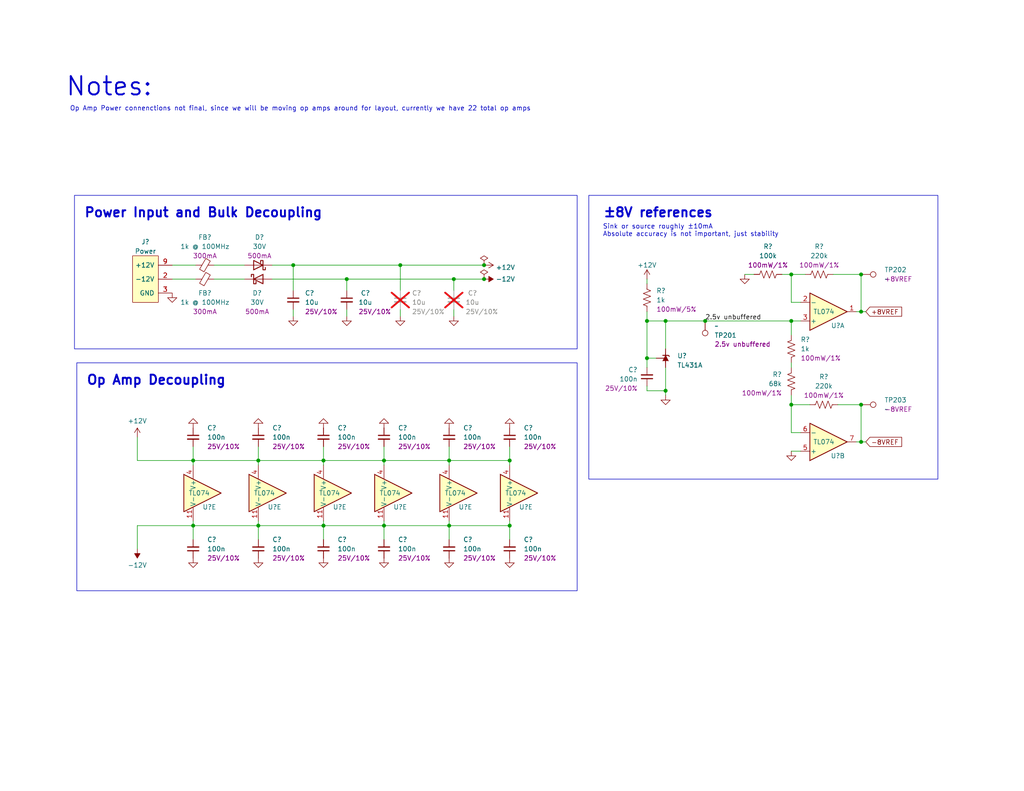
<source format=kicad_sch>
(kicad_sch (version 20230121) (generator eeschema)
  (paper "USLetter")
  (title_block (title "Neptune") (date "2023-07-20") (rev "v0") (company "Winterbloom") (comment 1 "Carson Walls") (comment 2 "CERN-OHL-P v2") (comment 3 "neptune.wntr.dev"))
  (lib_symbols
    (symbol "Connector:TestPoint" (pin_numbers hide) (pin_names (offset 0.762) hide)
      (property "Reference" "TP" (at 0 6.858 0))
      (property "Value" "TestPoint" (at 0 5.08 0))
      (symbol "TestPoint_0_1"
        (circle (center 0 3.302) (radius 0.762))
      )
      (symbol "TestPoint_1_1"
        (pin passive line (at 0 0 90) (length 2.54) (name "1") (number "1"))
      )
    )
    (symbol "Device:C_Small" (pin_numbers hide) (pin_names (offset 0.254) hide)
      (property "Reference" "C" (at 0.254 1.778 0))
      (property "Value" "C_Small" (at 0.254 -2.032 0))
      (symbol "C_Small_0_1"
        (polyline (pts (xy -1.524 -0.508) (xy 1.524 -0.508)) (stroke (width 0.3302)))
        (polyline (pts (xy -1.524 0.508) (xy 1.524 0.508)) (stroke (width 0.3048)))
      )
      (symbol "C_Small_1_1"
        (pin passive line (at 0 2.54 270) (length 2.032) (name "~") (number "1"))
        (pin passive line (at 0 -2.54 90) (length 2.032) (name "~") (number "2"))
      )
    )
    (symbol "Device:FerriteBead_Small" (pin_numbers hide) (pin_names (offset 0))
      (property "Reference" "FB" (at 1.905 1.27 0))
      (property "Value" "FerriteBead_Small" (at 1.905 -1.27 0))
      (symbol "FerriteBead_Small_0_1"
        (polyline (pts (xy 0 -1.27) (xy 0 -0.7874)))
        (polyline (pts (xy 0 0.889) (xy 0 1.2954)))
        (polyline (pts (xy -1.8288 0.2794) (xy -1.1176 1.4986) (xy 1.8288 -0.2032) (xy 1.1176 -1.4224) (xy -1.8288 0.2794)))
      )
      (symbol "FerriteBead_Small_1_1"
        (pin passive line (at 0 2.54 270) (length 1.27) (name "~") (number "1"))
        (pin passive line (at 0 -2.54 90) (length 1.27) (name "~") (number "2"))
      )
    )
    (symbol "Device:R_US" (pin_numbers hide) (pin_names (offset 0))
      (property "Reference" "R" (at 2.54 0 90))
      (property "Value" "R_US" (at -2.54 0 90))
      (symbol "R_US_0_1"
        (polyline (pts (xy 0 -2.286) (xy 0 -2.54)))
        (polyline (pts (xy 0 2.286) (xy 0 2.54)))
        (polyline (pts (xy 0 -0.762) (xy 1.016 -1.143) (xy 0 -1.524) (xy -1.016 -1.905) (xy 0 -2.286)))
        (polyline (pts (xy 0 0.762) (xy 1.016 0.381) (xy 0 0) (xy -1.016 -0.381) (xy 0 -0.762)))
        (polyline (pts (xy 0 2.286) (xy 1.016 1.905) (xy 0 1.524) (xy -1.016 1.143) (xy 0 0.762)))
      )
      (symbol "R_US_1_1"
        (pin passive line (at 0 3.81 270) (length 1.27) (name "~") (number "1"))
        (pin passive line (at 0 -3.81 90) (length 1.27) (name "~") (number "2"))
      )
    )
    (symbol "Diode:1N5819" (pin_numbers hide) (pin_names (offset 1.016) hide)
      (property "Reference" "D" (at 0 2.54 0))
      (property "Value" "1N5819" (at 0 -2.54 0))
      (symbol "1N5819_0_1"
        (polyline (pts (xy 1.27 0) (xy -1.27 0)))
        (polyline (pts (xy 1.27 1.27) (xy 1.27 -1.27) (xy -1.27 0) (xy 1.27 1.27)) (stroke (width 0.254)))
        (polyline (pts (xy -1.905 0.635) (xy -1.905 1.27) (xy -1.27 1.27) (xy -1.27 -1.27) (xy -0.635 -1.27) (xy -0.635 -0.635)) (stroke (width 0.254)))
      )
      (symbol "1N5819_1_1"
        (pin passive line (at -3.81 0 0) (length 2.54) (name "K") (number "1"))
        (pin passive line (at 3.81 0 180) (length 2.54) (name "A") (number "2"))
      )
    )
    (symbol "Reference_Voltage:TL431DBZ" (pin_numbers hide) (pin_names hide)
      (property "Reference" "U" (at -2.54 2.54 0))
      (property "Value" "TL431DBZ" (at 0 -2.54 0))
      (symbol "TL431DBZ_0_1"
        (polyline (pts (xy -1.27 0) (xy 0 0) (xy 1.27 0)))
        (polyline (pts (xy -0.762 0.762) (xy 0.762 0) (xy -0.762 -0.762)) (fill (type outline)))
        (polyline (pts (xy 0.508 -1.016) (xy 0.762 -0.762) (xy 0.762 0.762) (xy 0.762 0.762)) (stroke (width 0.254)))
      )
      (symbol "TL431DBZ_1_1"
        (pin passive line (at 2.54 0 180) (length 2.54) (name "K") (number "1"))
        (pin passive line (at 0 2.54 270) (length 2.54) (name "REF") (number "2"))
        (pin passive line (at -2.54 0 0) (length 2.54) (name "A") (number "3"))
      )
    )
    (symbol "power:+12V" (power) (pin_names (offset 0))
      (property "Value" "+12V" (at 0 3.556 0))
      (symbol "+12V_0_1"
        (polyline (pts (xy -0.762 1.27) (xy 0 2.54)))
        (polyline (pts (xy 0 0) (xy 0 2.54)))
        (polyline (pts (xy 0 2.54) (xy 0.762 1.27)))
      )
      (symbol "+12V_1_1"
        (pin power_in line (at 0 0 90) (length 0) hide (name "+12V") (number "1"))
      )
    )
    (symbol "power:-12V" (power) (pin_names (offset 0))
      (property "Value" "-12V" (at 0 3.81 0))
      (symbol "-12V_0_0"
        (pin power_in line (at 0 0 90) (length 0) hide (name "-12V") (number "1"))
      )
      (symbol "-12V_0_1"
        (polyline (pts (xy 0 0) (xy 0 1.27) (xy 0.762 1.27) (xy 0 2.54) (xy -0.762 1.27) (xy 0 1.27)) (fill (type outline)))
      )
    )
    (symbol "power:GND" (power) (pin_names (offset 0))
      (property "Value" "GND" (at 0 -3.81 0))
      (symbol "GND_0_1"
        (polyline (pts (xy 0 0) (xy 0 -1.27) (xy 1.27 -1.27) (xy 0 -2.54) (xy -1.27 -1.27) (xy 0 -1.27)))
      )
      (symbol "GND_1_1"
        (pin power_in line (at 0 0 270) (length 0) hide (name "GND") (number "1"))
      )
    )
    (symbol "power:PWR_FLAG" (power) (pin_numbers hide) (pin_names (offset 0) hide)
      (property "Value" "PWR_FLAG" (at 0 3.81 0))
      (symbol "PWR_FLAG_0_0"
        (pin power_out line (at 0 0 90) (length 0) (name "pwr") (number "1"))
      )
      (symbol "PWR_FLAG_0_1"
        (polyline (pts (xy 0 0) (xy 0 1.27) (xy -1.016 1.905) (xy 0 2.54) (xy 1.016 1.905) (xy 0 1.27)))
      )
    )
    (symbol "winterbloom:Eurorack_Power" (pin_names (offset 1.016))
      (property "Reference" "J" (at -0.635 7.62 0))
      (property "Value" "Eurorack_Power" (at 0 -7.62 0))
      (symbol "Eurorack_Power_0_1"
        (rectangle (start -3.175 6.35) (end 3.81 -6.35) (fill (type background)))
      )
      (symbol "Eurorack_Power_1_1"
        (pin power_out line (at 7.62 0 180) (length 3.81) hide (name "-12V") (number "1"))
        (pin passive line (at 7.62 3.81 180) (length 3.81) hide (name "+12V") (number "10"))
        (pin passive line (at 7.62 0 180) (length 3.81) (name "-12V") (number "2"))
        (pin power_out line (at 7.62 -3.81 180) (length 3.81) (name "GND") (number "3"))
        (pin passive line (at 7.62 -3.81 180) (length 3.81) hide (name "GND") (number "4"))
        (pin passive line (at 7.62 -3.81 180) (length 3.81) hide (name "GND") (number "5"))
        (pin passive line (at 7.62 -3.81 180) (length 3.81) hide (name "GND") (number "6"))
        (pin passive line (at 7.62 -3.81 180) (length 3.81) hide (name "GND") (number "7"))
        (pin passive line (at 7.62 -3.81 180) (length 3.81) hide (name "GND") (number "8"))
        (pin power_out line (at 7.62 3.81 180) (length 3.81) (name "+12V") (number "9"))
      )
    )
    (symbol "winterbloom:TL074" (pin_names (offset 0.127))
      (property "Reference" "U" (at 0 3.81 0))
      (property "Value" "TL074" (at 0 -3.81 0))
      (symbol "TL074_1_1"
        (polyline (pts (xy -5.08 5.08) (xy 5.08 0) (xy -5.08 -5.08) (xy -5.08 5.08)) (stroke (width 0.254)) (fill (type background)))
        (pin output line (at 7.62 0 180) (length 2.54) (name "~") (number "1"))
        (pin input line (at -7.62 -2.54 0) (length 2.54) (name "-") (number "2"))
        (pin input line (at -7.62 2.54 0) (length 2.54) (name "+") (number "3"))
      )
      (symbol "TL074_2_1"
        (polyline (pts (xy -5.08 5.08) (xy 5.08 0) (xy -5.08 -5.08) (xy -5.08 5.08)) (stroke (width 0.254)) (fill (type background)))
        (pin input line (at -7.62 2.54 0) (length 2.54) (name "+") (number "5"))
        (pin input line (at -7.62 -2.54 0) (length 2.54) (name "-") (number "6"))
        (pin output line (at 7.62 0 180) (length 2.54) (name "~") (number "7"))
      )
      (symbol "TL074_3_1"
        (polyline (pts (xy -5.08 5.08) (xy 5.08 0) (xy -5.08 -5.08) (xy -5.08 5.08)) (stroke (width 0.254)) (fill (type background)))
        (pin input line (at -7.62 2.54 0) (length 2.54) (name "+") (number "10"))
        (pin output line (at 7.62 0 180) (length 2.54) (name "~") (number "8"))
        (pin input line (at -7.62 -2.54 0) (length 2.54) (name "-") (number "9"))
      )
      (symbol "TL074_4_1"
        (polyline (pts (xy -5.08 5.08) (xy 5.08 0) (xy -5.08 -5.08) (xy -5.08 5.08)) (stroke (width 0.254)) (fill (type background)))
        (pin input line (at -7.62 2.54 0) (length 2.54) (name "+") (number "12"))
        (pin input line (at -7.62 -2.54 0) (length 2.54) (name "-") (number "13"))
        (pin output line (at 7.62 0 180) (length 2.54) (name "~") (number "14"))
      )
      (symbol "TL074_5_1"
        (polyline (pts (xy -5.08 5.08) (xy 5.08 0) (xy -5.08 -5.08) (xy -5.08 5.08)) (stroke (width 0.254)) (fill (type background)))
        (pin power_in line (at -2.54 -7.62 90) (length 3.81) (name "V-") (number "11"))
        (pin power_in line (at -2.54 7.62 270) (length 3.81) (name "V+") (number "4"))
      )
    )
  )
  (junction (at 234.95 85.09))
  (junction (at 88.265 125.73))
  (junction (at 123.825 76.2))
  (junction (at 192.405 87.63))
  (junction (at 139.065 125.73))
  (junction (at 70.485 143.51))
  (junction (at 176.53 87.63))
  (junction (at 104.775 125.73))
  (junction (at 132.08 76.2))
  (junction (at 109.22 72.39))
  (junction (at 94.615 76.2))
  (junction (at 80.01 72.39))
  (junction (at 88.265 143.51))
  (junction (at 234.95 74.93))
  (junction (at 70.485 125.73))
  (junction (at 176.53 97.79))
  (junction (at 122.555 125.73))
  (junction (at 234.95 120.65))
  (junction (at 181.61 87.63))
  (junction (at 104.775 143.51))
  (junction (at 215.9 110.49))
  (junction (at 181.61 106.68))
  (junction (at 234.95 110.49))
  (junction (at 215.9 74.93))
  (junction (at 215.9 87.63))
  (junction (at 139.065 143.51))
  (junction (at 122.555 143.51))
  (junction (at 52.705 143.51))
  (junction (at 52.705 125.73))
  (junction (at 132.08 72.39))
  (wire (pts (xy 104.775 125.73) (xy 122.555 125.73)))
  (wire (pts (xy 215.9 118.11) (xy 215.9 110.49)))
  (wire (pts (xy 70.485 121.92) (xy 70.485 125.73)))
  (wire (pts (xy 181.61 87.63) (xy 181.61 95.25)))
  (wire (pts (xy 88.265 121.92) (xy 88.265 125.73)))
  (wire (pts (xy 37.465 143.51) (xy 37.465 149.86)))
  (wire (pts (xy 80.01 72.39) (xy 80.01 79.375)))
  (wire (pts (xy 94.615 76.2) (xy 94.615 79.375)))
  (wire (pts (xy 139.065 142.24) (xy 139.065 143.51)))
  (wire (pts (xy 70.485 143.51) (xy 70.485 147.32)))
  (wire (pts (xy 70.485 125.73) (xy 70.485 127)))
  (wire (pts (xy 70.485 143.51) (xy 88.265 143.51)))
  (wire (pts (xy 52.705 143.51) (xy 52.705 147.32)))
  (wire (pts (xy 123.825 76.2) (xy 132.08 76.2)))
  (wire (pts (xy 58.42 72.39) (xy 66.675 72.39)))
  (wire (pts (xy 176.53 97.79) (xy 176.53 100.33)))
  (wire (pts (xy 218.44 118.11) (xy 215.9 118.11)))
  (wire (pts (xy 228.6 110.49) (xy 234.95 110.49)))
  (wire (pts (xy 74.295 72.39) (xy 80.01 72.39)))
  (wire (pts (xy 80.01 72.39) (xy 109.22 72.39)))
  (wire (pts (xy 52.705 125.73) (xy 52.705 127)))
  (wire (pts (xy 179.07 97.79) (xy 176.53 97.79)))
  (wire (pts (xy 122.555 142.24) (xy 122.555 143.51)))
  (wire (pts (xy 52.705 143.51) (xy 70.485 143.51)))
  (wire (pts (xy 104.775 125.73) (xy 104.775 127)))
  (wire (pts (xy 88.265 143.51) (xy 104.775 143.51)))
  (wire (pts (xy 122.555 143.51) (xy 122.555 147.32)))
  (wire (pts (xy 176.53 106.68) (xy 176.53 105.41)))
  (wire (pts (xy 203.2 74.93) (xy 205.74 74.93)))
  (wire (pts (xy 52.705 121.92) (xy 52.705 125.73)))
  (wire (pts (xy 215.9 87.63) (xy 215.9 91.44)))
  (wire (pts (xy 176.53 85.09) (xy 176.53 87.63)))
  (wire (pts (xy 234.95 85.09) (xy 233.68 85.09)))
  (wire (pts (xy 88.265 143.51) (xy 88.265 147.32)))
  (wire (pts (xy 46.99 72.39) (xy 53.34 72.39)))
  (wire (pts (xy 123.825 86.36) (xy 123.825 84.455)))
  (wire (pts (xy 70.485 142.24) (xy 70.485 143.51)))
  (wire (pts (xy 234.95 120.65) (xy 233.68 120.65)))
  (wire (pts (xy 215.9 110.49) (xy 215.9 107.95)))
  (wire (pts (xy 52.705 125.73) (xy 70.485 125.73)))
  (wire (pts (xy 139.065 143.51) (xy 139.065 147.32)))
  (wire (pts (xy 52.705 143.51) (xy 52.705 142.24)))
  (wire (pts (xy 122.555 121.92) (xy 122.555 125.73)))
  (wire (pts (xy 215.9 74.93) (xy 219.71 74.93)))
  (wire (pts (xy 215.9 110.49) (xy 220.98 110.49)))
  (wire (pts (xy 139.065 125.73) (xy 139.065 127)))
  (wire (pts (xy 215.9 123.19) (xy 218.44 123.19)))
  (wire (pts (xy 109.22 72.39) (xy 132.08 72.39)))
  (wire (pts (xy 122.555 143.51) (xy 139.065 143.51)))
  (wire (pts (xy 234.95 120.65) (xy 236.22 120.65)))
  (wire (pts (xy 123.825 76.2) (xy 123.825 79.375)))
  (wire (pts (xy 37.465 119.38) (xy 37.465 125.73)))
  (wire (pts (xy 122.555 125.73) (xy 122.555 127)))
  (wire (pts (xy 104.775 143.51) (xy 122.555 143.51)))
  (wire (pts (xy 58.42 76.2) (xy 66.675 76.2)))
  (wire (pts (xy 215.9 82.55) (xy 215.9 74.93)))
  (wire (pts (xy 227.33 74.93) (xy 234.95 74.93)))
  (wire (pts (xy 176.53 106.68) (xy 181.61 106.68)))
  (wire (pts (xy 176.53 87.63) (xy 181.61 87.63)))
  (wire (pts (xy 192.405 87.63) (xy 215.9 87.63)))
  (wire (pts (xy 80.01 86.36) (xy 80.01 84.455)))
  (wire (pts (xy 109.22 86.36) (xy 109.22 84.455)))
  (wire (pts (xy 234.95 85.09) (xy 236.22 85.09)))
  (wire (pts (xy 109.22 72.39) (xy 109.22 79.375)))
  (wire (pts (xy 88.265 142.24) (xy 88.265 143.51)))
  (wire (pts (xy 74.295 76.2) (xy 94.615 76.2)))
  (wire (pts (xy 46.99 76.2) (xy 53.34 76.2)))
  (wire (pts (xy 37.465 143.51) (xy 52.705 143.51)))
  (wire (pts (xy 139.065 121.92) (xy 139.065 125.73)))
  (wire (pts (xy 94.615 76.2) (xy 123.825 76.2)))
  (wire (pts (xy 37.465 125.73) (xy 52.705 125.73)))
  (wire (pts (xy 88.265 125.73) (xy 104.775 125.73)))
  (wire (pts (xy 215.9 87.63) (xy 218.44 87.63)))
  (wire (pts (xy 213.36 74.93) (xy 215.9 74.93)))
  (wire (pts (xy 88.265 125.73) (xy 88.265 127)))
  (wire (pts (xy 181.61 87.63) (xy 192.405 87.63)))
  (wire (pts (xy 234.95 110.49) (xy 234.95 120.65)))
  (wire (pts (xy 234.95 74.93) (xy 234.95 85.09)))
  (wire (pts (xy 122.555 125.73) (xy 139.065 125.73)))
  (wire (pts (xy 181.61 100.33) (xy 181.61 106.68)))
  (wire (pts (xy 181.61 106.68) (xy 181.61 107.95)))
  (wire (pts (xy 104.775 143.51) (xy 104.775 147.32)))
  (wire (pts (xy 176.53 97.79) (xy 176.53 87.63)))
  (wire (pts (xy 104.775 121.92) (xy 104.775 125.73)))
  (wire (pts (xy 215.9 99.06) (xy 215.9 100.33)))
  (wire (pts (xy 176.53 76.2) (xy 176.53 77.47)))
  (wire (pts (xy 94.615 86.36) (xy 94.615 84.455)))
  (wire (pts (xy 70.485 125.73) (xy 88.265 125.73)))
  (wire (pts (xy 215.9 82.55) (xy 218.44 82.55)))
  (wire (pts (xy 104.775 142.24) (xy 104.775 143.51)))
  (rectangle (start 20.955 99.06) (end 157.48 161.29))
  (rectangle (start 20.32 53.34) (end 157.48 95.25))
  (rectangle (start 160.655 53.34) (end 255.905 130.81))
  (text "Sink or source roughly ±10mA\nAbsolute accuracy is not important, just stability\n" (at 164.465 64.77 0) (effects (font (size 1.27 1.27)) (justify left bottom)))
  (text "Op Amp Power connenctions not final, since we will be moving op amps around for layout, currently we have 22 total op amps" (at 19.05 30.48 0) (effects (font (size 1.27 1.27)) (justify left bottom)))
  (text "Notes:" (at 17.78 26.67 0) (effects (font (size 5 5) (thickness 0.508) bold) (justify left bottom)))
  (text "Op Amp Decoupling" (at 23.495 105.41 0) (effects (font (size 2.54 2.54) (thickness 0.508) bold) (justify left bottom)))
  (text "Power Input and Bulk Decoupling" (at 22.86 59.69 0) (effects (font (size 2.54 2.54) (thickness 0.508) bold) (justify left bottom)))
  (text "±8V references" (at 164.465 59.69 0) (effects (font (size 2.54 2.54) (thickness 0.508) bold) (justify left bottom)))
  (label "2.5v unbuffered" (at 192.405 87.63 0))
  (global_label "+8VREF" (shape input) (at 236.22 85.09 0) (property "Intersheetrefs" "${INTERSHEET_REFS}" (effects hide)))
  (global_label "-8VREF" (shape input) (at 236.22 120.65 0) (property "Intersheetrefs" "${INTERSHEET_REFS}" (effects hide)))
  (symbol (lib_id "winterbloom:TL074") (at 73.025 134.62 0) (unit 5)
    (property "Reference" "U?" (at 73.025 138.43 0) (effects (justify left)))
    (property "Value" "TL074" (at 69.215 134.62 0) (effects (justify left)))
    (property "Footprint" "Package_SO:TSSOP-14_4.4x5mm_P0.65mm" (effects hide))
    (property "Datasheet" "https://www.ti.com/lit/ds/symlink/tl071.pdf" (effects hide))
    (property "MPN" "TL074CPW" (effects hide))
    (instances (project "VCA_0.3" (path "" (reference "U?") (unit 5))) (project "mainboard" (path "" (reference "U?") (unit 5)) (path "" (reference "U?") (unit 5))) (project "mainboard" (path "" (reference "U?") (unit 5)) (path "" (reference "U2") (unit 5))) (project "VCA" (path "" (reference "U?") (unit 5)) (path "" (reference "U?") (unit 5))))
  )
  (symbol (lib_id "Device:C_Small") (at 80.01 81.915 0) (unit 1)
    (property "Reference" "C?" (at 83.185 80.0163 0) (effects (justify left)))
    (property "Value" "10u" (at 83.185 82.5563 0) (effects (justify left)))
    (property "Footprint" "winterbloom:C_0805_HandSolder" (effects hide))
    (property "Notes" "Bulk cap" (effects hide))
    (property "Rating" "25V/10%" (at 83.185 85.0963 0) (effects (justify left)))
    (property "MPN" "GRM21BR61E106KA73K" (effects hide))
    (instances (project "board" (path "" (reference "C?") (unit 1))) (project "mainboard" (path "" (reference "C201") (unit 1))))
  )
  (symbol (lib_id "Diode:1N5819") (at 70.485 76.2 0) (unit 1)
    (property "Reference" "D?" (at 70.1675 80.01 0))
    (property "Value" "30V" (at 70.1675 82.55 0))
    (property "Footprint" "winterbloom:D_SOD-123+SOD-123F" (effects hide))
    (property "Datasheet" "http://www.vishay.com/docs/88525/1n5817.pdf" (effects hide))
    (property "Notes" "Power diode, any PMEGxxxxEGW part, 500mA If" (effects hide))
    (property "Rating" "500mA" (at 70.1675 85.09 0))
    (property "MPN" "PMEG2005EGWX" (effects hide))
    (instances (project "board" (path "" (reference "D?") (unit 1))) (project "mainboard" (path "" (reference "D202") (unit 1))))
  )
  (symbol (lib_id "Device:C_Small") (at 104.775 149.86 0) (mirror x) (unit 1)
    (property "Reference" "C?" (at 108.585 147.32 0) (effects (justify left)))
    (property "Value" "100n" (at 108.585 149.86 0) (effects (justify left)))
    (property "Footprint" "winterbloom:C_0603_HandSolder" (effects hide))
    (property "Notes" "Bypass cap" (effects hide))
    (property "Rating" "25V/10%" (at 108.585 152.4 0) (effects (justify left)))
    (property "MPN" "C1608X7R1E104K080AA" (effects hide))
    (instances (project "board" (path "" (reference "C?") (unit 1))) (project "mainboard" (path "" (reference "C213") (unit 1))) (project "VCA" (path "" (reference "C?") (unit 1)) (path "" (reference "C?") (unit 1))))
  )
  (symbol (lib_id "Reference_Voltage:TL431DBZ") (at 181.61 97.79 90) (unit 1)
    (property "Reference" "U?" (at 184.785 97.155 90) (effects (justify right)))
    (property "Value" "TL431A" (at 184.785 99.695 90) (effects (justify right)))
    (property "Footprint" "Package_TO_SOT_SMD:SOT-23" (effects hide))
    (property "Datasheet" "http://www.ti.com/lit/ds/symlink/tl431.pdf" (effects hide))
    (property "MPN" "TL431BSA-7, TL431AQDBZR,215; " (effects hide))
    (property "Rating" "1%" (effects hide))
    (instances (project "VCA_0.3" (path "" (reference "U?") (unit 1))) (project "mainboard" (path "" (reference "U201") (unit 1))) (project "VCA" (path "" (reference "U?") (unit 1)) (path "" (reference "U?") (unit 1))))
  )
  (symbol (lib_id "Device:C_Small") (at 139.065 149.86 0) (mirror x) (unit 1)
    (property "Reference" "C?" (at 142.875 147.32 0) (effects (justify left)))
    (property "Value" "100n" (at 142.875 149.86 0) (effects (justify left)))
    (property "Footprint" "winterbloom:C_0603_HandSolder" (effects hide))
    (property "Notes" "Bypass cap" (effects hide))
    (property "Rating" "25V/10%" (at 142.875 152.4 0) (effects (justify left)))
    (property "MPN" "C1608X7R1E104K080AA" (effects hide))
    (instances (project "board" (path "" (reference "C?") (unit 1))) (project "mainboard" (path "" (reference "C217") (unit 1))) (project "VCA" (path "" (reference "C?") (unit 1)) (path "" (reference "C?") (unit 1))))
  )
  (symbol (lib_id "power:GND") (at 70.485 116.84 180) (unit 1)
    (property "Reference" "#PWR?" (effects hide))
    (property "Value" "GND" (effects hide))
    (instances (project "board" (path "" (reference "#PWR?") (unit 1))) (project "mainboard" (path "" (reference "#PWR0206") (unit 1))) (project "VCA" (path "" (reference "#PWR?") (unit 1)) (path "" (reference "#PWR?") (unit 1))))
  )
  (symbol (lib_id "Device:R_US") (at 215.9 95.25 0) (mirror y) (unit 1)
    (property "Reference" "R?" (at 218.44 92.71 0) (effects (justify right)))
    (property "Value" "1k" (at 218.44 95.25 0) (effects (justify right)))
    (property "Footprint" "winterbloom:R_0603_HandSolder" (effects hide))
    (property "Rating" "100mW/1%" (at 218.44 97.79 0) (effects (justify right)))
    (instances (project "board" (path "" (reference "R?") (unit 1))) (project "mainboard" (path "" (reference "R203") (unit 1))) (project "VCA" (path "" (reference "R?") (unit 1)) (path "" (reference "R?") (unit 1))))
  )
  (symbol (lib_id "power:GND") (at 203.2 74.93 0) (mirror y) (unit 1)
    (property "Reference" "#PWR?" (effects hide))
    (property "Value" "GND" (effects hide))
    (instances (project "board" (path "" (reference "#PWR?") (unit 1))) (project "mainboard" (path "" (reference "#PWR0224") (unit 1))) (project "VCA" (path "" (reference "#PWR?") (unit 1)) (path "" (reference "#PWR?") (unit 1))))
  )
  (symbol (lib_id "power:GND") (at 139.065 116.84 180) (unit 1)
    (property "Reference" "#PWR?" (effects hide))
    (property "Value" "GND" (effects hide))
    (instances (project "board" (path "" (reference "#PWR?") (unit 1))) (project "mainboard" (path "" (reference "#PWR0220") (unit 1))) (project "VCA" (path "" (reference "#PWR?") (unit 1)) (path "" (reference "#PWR?") (unit 1))))
  )
  (symbol (lib_id "Device:C_Small") (at 94.615 81.915 0) (unit 1)
    (property "Reference" "C?" (at 98.425 80.0163 0) (effects (justify left)))
    (property "Value" "10u" (at 97.79 82.5563 0) (effects (justify left)))
    (property "Footprint" "winterbloom:C_0805_HandSolder" (effects hide))
    (property "Notes" "Bulk cap" (effects hide))
    (property "Rating" "25V/10%" (at 97.79 85.0963 0) (effects (justify left)))
    (property "MPN" "GRM21BR61E106KA73K" (effects hide))
    (instances (project "board" (path "" (reference "C?") (unit 1))) (project "mainboard" (path "" (reference "C202") (unit 1))))
  )
  (symbol (lib_id "Device:C_Small") (at 52.705 119.38 0) (mirror y) (unit 1)
    (property "Reference" "C?" (at 56.515 116.84 0) (effects (justify right)))
    (property "Value" "100n" (at 56.515 119.38 0) (effects (justify right)))
    (property "Footprint" "winterbloom:C_0603_HandSolder" (effects hide))
    (property "Notes" "Bypass cap" (effects hide))
    (property "Rating" "25V/10%" (at 56.515 121.92 0) (effects (justify right)))
    (property "MPN" "C1608X7R1E104K080AA" (effects hide))
    (instances (project "board" (path "" (reference "C?") (unit 1))) (project "mainboard" (path "" (reference "C206") (unit 1))) (project "VCA" (path "" (reference "C?") (unit 1)) (path "" (reference "C?") (unit 1))))
  )
  (symbol (lib_id "Device:C_Small") (at 88.265 119.38 0) (mirror y) (unit 1)
    (property "Reference" "C?" (at 92.075 116.84 0) (effects (justify right)))
    (property "Value" "100n" (at 92.075 119.38 0) (effects (justify right)))
    (property "Footprint" "winterbloom:C_0603_HandSolder" (effects hide))
    (property "Notes" "Bypass cap" (effects hide))
    (property "Rating" "25V/10%" (at 92.075 121.92 0) (effects (justify right)))
    (property "MPN" "C1608X7R1E104K080AA" (effects hide))
    (instances (project "board" (path "" (reference "C?") (unit 1))) (project "mainboard" (path "" (reference "C210") (unit 1))) (project "VCA" (path "" (reference "C?") (unit 1)) (path "" (reference "C?") (unit 1))))
  )
  (symbol (lib_id "winterbloom:TL074") (at 226.06 85.09 0) (mirror x) (unit 1)
    (property "Reference" "U?" (at 228.6 88.9 0))
    (property "Value" "TL074" (at 224.79 85.09 0))
    (property "Footprint" "Package_SO:TSSOP-14_4.4x5mm_P0.65mm" (effects hide))
    (property "Datasheet" "https://www.ti.com/lit/ds/symlink/tl071.pdf" (effects hide))
    (property "MPN" "TL074CPW" (effects hide))
    (instances (project "mainboard" (path "" (reference "U?") (unit 1)) (path "" (reference "U?") (unit 4))) (project "mainboard" (path "" (reference "U?") (unit 1)) (path "" (reference "U?") (unit 1)) (path "" (reference "U1") (unit 1))))
  )
  (symbol (lib_id "Device:FerriteBead_Small") (at 55.88 76.2 270) (unit 1)
    (property "Reference" "FB?" (at 55.9181 80.01 90))
    (property "Value" "1k @ 100MHz" (at 55.9181 82.55 90))
    (property "Footprint" "winterbloom:L_0603_HandSolder" (effects hide))
    (property "Rating" "300mA" (at 55.9181 85.09 90))
    (property "MPN" "742792664" (effects hide))
    (instances (project "board" (path "" (reference "FB?") (unit 1))) (project "mainboard" (path "" (reference "FB202") (unit 1))))
  )
  (symbol (lib_id "winterbloom:TL074") (at 90.805 134.62 0) (unit 5)
    (property "Reference" "U?" (at 90.805 138.43 0) (effects (justify left)))
    (property "Value" "TL074" (at 86.995 134.62 0) (effects (justify left)))
    (property "Footprint" "Package_SO:TSSOP-14_4.4x5mm_P0.65mm" (effects hide))
    (property "Datasheet" "https://www.ti.com/lit/ds/symlink/tl071.pdf" (effects hide))
    (property "MPN" "TL074CPW" (effects hide))
    (instances (project "VCA_0.3" (path "" (reference "U?") (unit 5))) (project "mainboard" (path "" (reference "U?") (unit 5)) (path "" (reference "U?") (unit 5))) (project "mainboard" (path "" (reference "U?") (unit 5)) (path "" (reference "U3") (unit 5))) (project "VCA" (path "" (reference "U?") (unit 5)) (path "" (reference "U?") (unit 5))))
  )
  (symbol (lib_id "power:PWR_FLAG") (at 132.08 72.39 0) (unit 1)
    (property "Reference" "#FLG?" (effects hide))
    (property "Value" "PWR_FLAG" (effects hide))
    (instances (project "board" (path "" (reference "#FLG?") (unit 1))) (project "mainboard" (path "" (reference "#FLG0201") (unit 1))))
  )
  (symbol (lib_id "winterbloom:TL074") (at 226.06 120.65 0) (mirror x) (unit 2)
    (property "Reference" "U?" (at 228.6 124.46 0))
    (property "Value" "TL074" (at 224.79 120.65 0))
    (property "Footprint" "Package_SO:TSSOP-14_4.4x5mm_P0.65mm" (effects hide))
    (property "Datasheet" "https://www.ti.com/lit/ds/symlink/tl071.pdf" (effects hide))
    (property "MPN" "TL074CPW" (effects hide))
    (instances (project "mainboard" (path "" (reference "U?") (unit 2)) (path "" (reference "U?") (unit 3))) (project "mainboard" (path "" (reference "U?") (unit 2)) (path "" (reference "U?") (unit 2)) (path "" (reference "U1") (unit 2))))
  )
  (symbol (lib_id "power:GND") (at 122.555 152.4 0) (unit 1)
    (property "Reference" "#PWR?" (effects hide))
    (property "Value" "GND" (effects hide))
    (instances (project "board" (path "" (reference "#PWR?") (unit 1))) (project "mainboard" (path "" (reference "#PWR0216") (unit 1))) (project "VCA" (path "" (reference "#PWR?") (unit 1)) (path "" (reference "#PWR?") (unit 1))))
  )
  (symbol (lib_id "winterbloom:TL074") (at 125.095 134.62 0) (unit 5)
    (property "Reference" "U?" (at 125.095 138.43 0) (effects (justify left)))
    (property "Value" "TL074" (at 121.285 134.62 0) (effects (justify left)))
    (property "Footprint" "Package_SO:TSSOP-14_4.4x5mm_P0.65mm" (effects hide))
    (property "Datasheet" "https://www.ti.com/lit/ds/symlink/tl071.pdf" (effects hide))
    (property "MPN" "TL074CPW" (effects hide))
    (instances (project "VCA_0.3" (path "" (reference "U?") (unit 5))) (project "mainboard" (path "" (reference "U?") (unit 5)) (path "" (reference "U?") (unit 5))) (project "mainboard" (path "" (reference "U?") (unit 5)) (path "" (reference "U5") (unit 5))) (project "VCA" (path "" (reference "U?") (unit 5)) (path "" (reference "U?") (unit 5))))
  )
  (symbol (lib_id "winterbloom:TL074") (at 141.605 134.62 0) (unit 5)
    (property "Reference" "U?" (at 141.605 138.43 0) (effects (justify left)))
    (property "Value" "TL074" (at 137.795 134.62 0) (effects (justify left)))
    (property "Footprint" "Package_SO:TSSOP-14_4.4x5mm_P0.65mm" (effects hide))
    (property "Datasheet" "https://www.ti.com/lit/ds/symlink/tl071.pdf" (effects hide))
    (property "MPN" "TL074CPW" (effects hide))
    (instances (project "VCA_0.3" (path "" (reference "U?") (unit 5))) (project "mainboard" (path "" (reference "U?") (unit 5)) (path "" (reference "U?") (unit 5))) (project "mainboard" (path "" (reference "U?") (unit 5)) (path "" (reference "U6") (unit 5))) (project "VCA" (path "" (reference "U?") (unit 5)) (path "" (reference "U?") (unit 5))))
  )
  (symbol (lib_id "Connector:TestPoint") (at 234.95 110.49 270) (unit 1)
    (property "Reference" "TP203" (at 241.3 109.22 90) (effects (justify left)))
    (property "Value" "~" (at 241.3 111.76 90) (effects (justify left)))
    (property "Footprint" "TestPoint:TestPoint_Pad_D1.5mm" (effects hide))
    (property "Name" "-8VREF" (at 245.11 111.76 90))
  )
  (symbol (lib_id "power:+12V") (at 176.53 76.2 0) (unit 1)
    (property "Reference" "#PWR?" (effects hide))
    (property "Value" "+12V" (at 176.53 72.39 0))
    (instances (project "VCA_0.3" (path "" (reference "#PWR?") (unit 1))) (project "mainboard" (path "" (reference "#PWR0222") (unit 1))) (project "VCA" (path "" (reference "#PWR?") (unit 1)) (path "" (reference "#PWR?") (unit 1))))
  )
  (symbol (lib_id "power:+12V") (at 132.08 72.39 270) (unit 1)
    (property "Reference" "#PWR?" (effects hide))
    (property "Value" "+12V" (at 135.255 73.025 90) (effects (justify left)))
    (instances (project "board" (path "" (reference "#PWR?") (unit 1))) (project "mainboard" (path "" (reference "#PWR0218") (unit 1))))
  )
  (symbol (lib_id "power:GND") (at 70.485 152.4 0) (unit 1)
    (property "Reference" "#PWR?" (effects hide))
    (property "Value" "GND" (effects hide))
    (instances (project "board" (path "" (reference "#PWR?") (unit 1))) (project "mainboard" (path "" (reference "#PWR0207") (unit 1))) (project "VCA" (path "" (reference "#PWR?") (unit 1)) (path "" (reference "#PWR?") (unit 1))))
  )
  (symbol (lib_id "power:+12V") (at 37.465 119.38 0) (unit 1)
    (property "Reference" "#PWR?" (effects hide))
    (property "Value" "+12V" (at 37.465 114.935 0))
    (instances (project "VCA_0.3" (path "" (reference "#PWR?") (unit 1))) (project "mainboard" (path "" (reference "#PWR0201") (unit 1))) (project "VCA" (path "" (reference "#PWR?") (unit 1)) (path "" (reference "#PWR?") (unit 1))))
  )
  (symbol (lib_id "Device:C_Small") (at 52.705 149.86 0) (mirror x) (unit 1)
    (property "Reference" "C?" (at 56.515 147.32 0) (effects (justify left)))
    (property "Value" "100n" (at 56.515 149.86 0) (effects (justify left)))
    (property "Footprint" "winterbloom:C_0603_HandSolder" (effects hide))
    (property "Notes" "Bypass cap" (effects hide))
    (property "Rating" "25V/10%" (at 56.515 152.4 0) (effects (justify left)))
    (property "MPN" "C1608X7R1E104K080AA" (effects hide))
    (instances (project "board" (path "" (reference "C?") (unit 1))) (project "mainboard" (path "" (reference "C207") (unit 1))) (project "VCA" (path "" (reference "C?") (unit 1)) (path "" (reference "C?") (unit 1))))
  )
  (symbol (lib_id "power:-12V") (at 132.08 76.2 270) (unit 1)
    (property "Reference" "#PWR?" (effects hide))
    (property "Value" "-12V" (at 135.255 76.2 90) (effects (justify left)))
    (instances (project "board" (path "" (reference "#PWR?") (unit 1))) (project "mainboard" (path "" (reference "#PWR0219") (unit 1))))
  )
  (symbol (lib_id "power:GND") (at 88.265 152.4 0) (unit 1)
    (property "Reference" "#PWR?" (effects hide))
    (property "Value" "GND" (effects hide))
    (instances (project "board" (path "" (reference "#PWR?") (unit 1))) (project "mainboard" (path "" (reference "#PWR0210") (unit 1))) (project "VCA" (path "" (reference "#PWR?") (unit 1)) (path "" (reference "#PWR?") (unit 1))))
  )
  (symbol (lib_id "Diode:1N5819") (at 70.485 72.39 180) (unit 1)
    (property "Reference" "D?" (at 70.8025 64.77 0))
    (property "Value" "30V" (at 70.8025 67.31 0))
    (property "Footprint" "winterbloom:D_SOD-123+SOD-123F" (effects hide))
    (property "Datasheet" "http://www.vishay.com/docs/88525/1n5817.pdf" (effects hide))
    (property "Notes" "Power diode, any PMEGxxxxEGW part, 500mA If" (effects hide))
    (property "Rating" "500mA" (at 70.8025 69.85 0))
    (property "MPN" "PMEG2005EGWX" (effects hide))
    (instances (project "board" (path "" (reference "D?") (unit 1))) (project "mainboard" (path "" (reference "D201") (unit 1))))
  )
  (symbol (lib_id "Device:R_US") (at 224.79 110.49 270) (unit 1)
    (property "Reference" "R?" (at 224.79 102.87 90))
    (property "Value" "220k" (at 224.79 105.41 90))
    (property "Footprint" "winterbloom:R_0603_HandSolder" (effects hide))
    (property "Rating" "100mW/1%" (at 224.79 107.95 90))
    (instances (project "board" (path "" (reference "R?") (unit 1))) (project "mainboard" (path "" (reference "R206") (unit 1))) (project "VCA" (path "" (reference "R?") (unit 1)) (path "" (reference "R?") (unit 1))))
  )
  (symbol (lib_id "Device:C_Small") (at 139.065 119.38 0) (mirror y) (unit 1)
    (property "Reference" "C?" (at 142.875 116.84 0) (effects (justify right)))
    (property "Value" "100n" (at 142.875 119.38 0) (effects (justify right)))
    (property "Footprint" "winterbloom:C_0603_HandSolder" (effects hide))
    (property "Notes" "Bypass cap" (effects hide))
    (property "Rating" "25V/10%" (at 142.875 121.92 0) (effects (justify right)))
    (property "MPN" "C1608X7R1E104K080AA" (effects hide))
    (instances (project "board" (path "" (reference "C?") (unit 1))) (project "mainboard" (path "" (reference "C216") (unit 1))) (project "VCA" (path "" (reference "C?") (unit 1)) (path "" (reference "C?") (unit 1))))
  )
  (symbol (lib_id "power:GND") (at 94.615 86.36 0) (unit 1)
    (property "Reference" "#PWR?" (effects hide))
    (property "Value" "GND" (effects hide))
    (instances (project "board" (path "" (reference "#PWR?") (unit 1))) (project "mainboard" (path "" (reference "#PWR0211") (unit 1))))
  )
  (symbol (lib_id "Device:C_Small") (at 123.825 81.915 0) (unit 1) (dnp yes)
    (property "Reference" "C?" (at 127.635 80.0163 0) (effects (justify left)))
    (property "Value" "10u" (at 127 82.5563 0) (effects (justify left)))
    (property "Footprint" "winterbloom:C_0805_HandSolder" (effects hide))
    (property "Notes" "Bulk cap" (effects hide))
    (property "Rating" "25V/10%" (at 127 85.0963 0) (effects (justify left)))
    (property "MPN" "GRM21BR61E106KA73K" (effects hide))
    (instances (project "board" (path "" (reference "C?") (unit 1))) (project "mainboard" (path "" (reference "C204") (unit 1))))
  )
  (symbol (lib_id "power:GND") (at 109.22 86.36 0) (unit 1)
    (property "Reference" "#PWR?" (effects hide))
    (property "Value" "GND" (effects hide))
    (instances (project "board" (path "" (reference "#PWR?") (unit 1))) (project "mainboard" (path "" (reference "#PWR0214") (unit 1))))
  )
  (symbol (lib_id "Device:C_Small") (at 122.555 149.86 0) (mirror x) (unit 1)
    (property "Reference" "C?" (at 126.365 147.32 0) (effects (justify left)))
    (property "Value" "100n" (at 126.365 149.86 0) (effects (justify left)))
    (property "Footprint" "winterbloom:C_0603_HandSolder" (effects hide))
    (property "Notes" "Bypass cap" (effects hide))
    (property "Rating" "25V/10%" (at 126.365 152.4 0) (effects (justify left)))
    (property "MPN" "C1608X7R1E104K080AA" (effects hide))
    (instances (project "board" (path "" (reference "C?") (unit 1))) (project "mainboard" (path "" (reference "C215") (unit 1))) (project "VCA" (path "" (reference "C?") (unit 1)) (path "" (reference "C?") (unit 1))))
  )
  (symbol (lib_id "Device:R_US") (at 176.53 81.28 0) (unit 1)
    (property "Reference" "R?" (at 179.07 79.375 0) (effects (justify left)))
    (property "Value" "1k" (at 179.07 81.915 0) (effects (justify left)))
    (property "Footprint" "winterbloom:R_0603_HandSolder" (effects hide))
    (property "Rating" "100mW/5%" (at 179.07 84.455 0) (effects (justify left)))
    (instances (project "board" (path "" (reference "R?") (unit 1))) (project "mainboard" (path "" (reference "R201") (unit 1))) (project "VCA" (path "" (reference "R?") (unit 1)) (path "" (reference "R?") (unit 1))))
  )
  (symbol (lib_id "Device:C_Small") (at 88.265 149.86 0) (mirror x) (unit 1)
    (property "Reference" "C?" (at 92.075 147.32 0) (effects (justify left)))
    (property "Value" "100n" (at 92.075 149.86 0) (effects (justify left)))
    (property "Footprint" "winterbloom:C_0603_HandSolder" (effects hide))
    (property "Notes" "Bypass cap" (effects hide))
    (property "Rating" "25V/10%" (at 92.075 152.4 0) (effects (justify left)))
    (property "MPN" "C1608X7R1E104K080AA" (effects hide))
    (instances (project "board" (path "" (reference "C?") (unit 1))) (project "mainboard" (path "" (reference "C211") (unit 1))) (project "VCA" (path "" (reference "C?") (unit 1)) (path "" (reference "C?") (unit 1))))
  )
  (symbol (lib_id "power:GND") (at 123.825 86.36 0) (unit 1)
    (property "Reference" "#PWR?" (effects hide))
    (property "Value" "GND" (effects hide))
    (instances (project "board" (path "" (reference "#PWR?") (unit 1))) (project "mainboard" (path "" (reference "#PWR0217") (unit 1))))
  )
  (symbol (lib_id "power:GND") (at 215.9 123.19 0) (mirror y) (unit 1)
    (property "Reference" "#PWR?" (effects hide))
    (property "Value" "GND" (effects hide))
    (instances (project "board" (path "" (reference "#PWR?") (unit 1))) (project "mainboard" (path "" (reference "#PWR0225") (unit 1))) (project "VCA" (path "" (reference "#PWR?") (unit 1)) (path "" (reference "#PWR?") (unit 1))))
  )
  (symbol (lib_id "Device:C_Small") (at 70.485 119.38 0) (mirror y) (unit 1)
    (property "Reference" "C?" (at 74.295 116.84 0) (effects (justify right)))
    (property "Value" "100n" (at 74.295 119.38 0) (effects (justify right)))
    (property "Footprint" "winterbloom:C_0603_HandSolder" (effects hide))
    (property "Notes" "Bypass cap" (effects hide))
    (property "Rating" "25V/10%" (at 74.295 121.92 0) (effects (justify right)))
    (property "MPN" "C1608X7R1E104K080AA" (effects hide))
    (instances (project "board" (path "" (reference "C?") (unit 1))) (project "mainboard" (path "" (reference "C208") (unit 1))) (project "VCA" (path "" (reference "C?") (unit 1)) (path "" (reference "C?") (unit 1))))
  )
  (symbol (lib_id "Device:C_Small") (at 109.22 81.915 0) (unit 1) (dnp yes)
    (property "Reference" "C?" (at 112.395 80.0163 0) (effects (justify left)))
    (property "Value" "10u" (at 112.395 82.5563 0) (effects (justify left)))
    (property "Footprint" "winterbloom:C_0805_HandSolder" (effects hide))
    (property "Notes" "Bulk cap" (effects hide))
    (property "Rating" "25V/10%" (at 112.395 85.0963 0) (effects (justify left)))
    (property "MPN" "GRM21BR61E106KA73K" (effects hide))
    (instances (project "board" (path "" (reference "C?") (unit 1))) (project "mainboard" (path "" (reference "C203") (unit 1))))
  )
  (symbol (lib_id "power:GND") (at 52.705 116.84 180) (unit 1)
    (property "Reference" "#PWR?" (effects hide))
    (property "Value" "GND" (effects hide))
    (instances (project "board" (path "" (reference "#PWR?") (unit 1))) (project "mainboard" (path "" (reference "#PWR0204") (unit 1))) (project "VCA" (path "" (reference "#PWR?") (unit 1)) (path "" (reference "#PWR?") (unit 1))))
  )
  (symbol (lib_id "power:GND") (at 104.775 152.4 0) (unit 1)
    (property "Reference" "#PWR?" (effects hide))
    (property "Value" "GND" (effects hide))
    (instances (project "board" (path "" (reference "#PWR?") (unit 1))) (project "mainboard" (path "" (reference "#PWR0213") (unit 1))) (project "VCA" (path "" (reference "#PWR?") (unit 1)) (path "" (reference "#PWR?") (unit 1))))
  )
  (symbol (lib_id "Device:R_US") (at 209.55 74.93 270) (unit 1)
    (property "Reference" "R?" (at 209.55 67.31 90))
    (property "Value" "100k" (at 209.55 69.85 90))
    (property "Footprint" "winterbloom:R_0603_HandSolder" (effects hide))
    (property "Rating" "100mW/1%" (at 209.55 72.39 90))
    (instances (project "board" (path "" (reference "R?") (unit 1))) (project "mainboard" (path "" (reference "R202") (unit 1))) (project "VCA" (path "" (reference "R?") (unit 1)) (path "" (reference "R?") (unit 1))))
  )
  (symbol (lib_id "winterbloom:Eurorack_Power") (at 39.37 76.2 0) (unit 1)
    (property "Reference" "J?" (at 39.6875 66.04 0))
    (property "Value" "Power" (at 39.6875 68.58 0))
    (property "Footprint" "winterbloom:Eurorack_Power_2x5_Shrouded_Lock" (effects hide))
    (property "Datasheet" "https://static6.arrow.com/aropdfconversion/1507f1621f4e67855dd466ebb3ac550d52564a9d/32302-sxx1.pdf" (effects hide))
    (property "MPN" "302-S101" (effects hide))
    (instances (project "board" (path "" (reference "J?") (unit 1))) (project "mainboard" (path "" (reference "J201") (unit 1))))
  )
  (symbol (lib_id "Device:C_Small") (at 104.775 119.38 0) (mirror y) (unit 1)
    (property "Reference" "C?" (at 108.585 116.84 0) (effects (justify right)))
    (property "Value" "100n" (at 108.585 119.38 0) (effects (justify right)))
    (property "Footprint" "winterbloom:C_0603_HandSolder" (effects hide))
    (property "Notes" "Bypass cap" (effects hide))
    (property "Rating" "25V/10%" (at 108.585 121.92 0) (effects (justify right)))
    (property "MPN" "C1608X7R1E104K080AA" (effects hide))
    (instances (project "board" (path "" (reference "C?") (unit 1))) (project "mainboard" (path "" (reference "C212") (unit 1))) (project "VCA" (path "" (reference "C?") (unit 1)) (path "" (reference "C?") (unit 1))))
  )
  (symbol (lib_id "Device:C_Small") (at 70.485 149.86 0) (mirror x) (unit 1)
    (property "Reference" "C?" (at 74.295 147.32 0) (effects (justify left)))
    (property "Value" "100n" (at 74.295 149.86 0) (effects (justify left)))
    (property "Footprint" "winterbloom:C_0603_HandSolder" (effects hide))
    (property "Notes" "Bypass cap" (effects hide))
    (property "Rating" "25V/10%" (at 74.295 152.4 0) (effects (justify left)))
    (property "MPN" "C1608X7R1E104K080AA" (effects hide))
    (instances (project "board" (path "" (reference "C?") (unit 1))) (project "mainboard" (path "" (reference "C209") (unit 1))) (project "VCA" (path "" (reference "C?") (unit 1)) (path "" (reference "C?") (unit 1))))
  )
  (symbol (lib_id "Device:R_US") (at 223.52 74.93 270) (unit 1)
    (property "Reference" "R?" (at 223.52 67.31 90))
    (property "Value" "220k" (at 223.52 69.85 90))
    (property "Footprint" "winterbloom:R_0603_HandSolder" (effects hide))
    (property "Rating" "100mW/1%" (at 223.52 72.39 90))
    (instances (project "board" (path "" (reference "R?") (unit 1))) (project "mainboard" (path "" (reference "R205") (unit 1))) (project "VCA" (path "" (reference "R?") (unit 1)) (path "" (reference "R?") (unit 1))))
  )
  (symbol (lib_id "power:GND") (at 181.61 107.95 0) (mirror y) (unit 1)
    (property "Reference" "#PWR?" (effects hide))
    (property "Value" "GND" (effects hide))
    (instances (project "board" (path "" (reference "#PWR?") (unit 1))) (project "mainboard" (path "" (reference "#PWR0223") (unit 1))) (project "VCA" (path "" (reference "#PWR?") (unit 1)) (path "" (reference "#PWR?") (unit 1))))
  )
  (symbol (lib_id "power:GND") (at 104.775 116.84 180) (unit 1)
    (property "Reference" "#PWR?" (effects hide))
    (property "Value" "GND" (effects hide))
    (instances (project "board" (path "" (reference "#PWR?") (unit 1))) (project "mainboard" (path "" (reference "#PWR0212") (unit 1))) (project "VCA" (path "" (reference "#PWR?") (unit 1)) (path "" (reference "#PWR?") (unit 1))))
  )
  (symbol (lib_id "power:PWR_FLAG") (at 132.08 76.2 0) (unit 1)
    (property "Reference" "#FLG?" (effects hide))
    (property "Value" "PWR_FLAG" (effects hide))
    (instances (project "board" (path "" (reference "#FLG?") (unit 1))) (project "mainboard" (path "" (reference "#FLG0202") (unit 1))))
  )
  (symbol (lib_id "Device:FerriteBead_Small") (at 55.88 72.39 270) (unit 1)
    (property "Reference" "FB?" (at 55.9181 64.77 90))
    (property "Value" "1k @ 100MHz" (at 55.9181 67.31 90))
    (property "Footprint" "winterbloom:L_0603_HandSolder" (effects hide))
    (property "Rating" "300mA" (at 55.9181 69.85 90))
    (property "MPN" "742792664" (effects hide))
    (instances (project "board" (path "" (reference "FB?") (unit 1))) (project "mainboard" (path "" (reference "FB201") (unit 1))))
  )
  (symbol (lib_id "winterbloom:TL074") (at 107.315 134.62 0) (unit 5)
    (property "Reference" "U?" (at 107.315 138.43 0) (effects (justify left)))
    (property "Value" "TL074" (at 103.505 134.62 0) (effects (justify left)))
    (property "Footprint" "Package_SO:TSSOP-14_4.4x5mm_P0.65mm" (effects hide))
    (property "Datasheet" "https://www.ti.com/lit/ds/symlink/tl071.pdf" (effects hide))
    (property "MPN" "TL074CPW" (effects hide))
    (instances (project "VCA_0.3" (path "" (reference "U?") (unit 5))) (project "mainboard" (path "" (reference "U?") (unit 5)) (path "" (reference "U?") (unit 5))) (project "mainboard" (path "" (reference "U?") (unit 5)) (path "" (reference "U4") (unit 5))) (project "VCA" (path "" (reference "U?") (unit 5)) (path "" (reference "U?") (unit 5))))
  )
  (symbol (lib_id "Connector:TestPoint") (at 234.95 74.93 270) (mirror x) (unit 1)
    (property "Reference" "TP202" (at 241.3 73.66 90) (effects (justify left)))
    (property "Value" "~" (at 241.3 76.2 90) (effects (justify left)))
    (property "Footprint" "TestPoint:TestPoint_Pad_D1.5mm" (effects hide))
    (property "Name" "+8VREF" (at 245.11 76.2 90))
  )
  (symbol (lib_id "Device:C_Small") (at 176.53 102.87 0) (mirror x) (unit 1)
    (property "Reference" "C?" (at 173.99 100.9586 0) (effects (justify right)))
    (property "Value" "100n" (at 173.99 103.4986 0) (effects (justify right)))
    (property "Footprint" "winterbloom:C_0603_HandSolder" (effects hide))
    (property "Notes" "Bypass cap" (effects hide))
    (property "Rating" "25V/10%" (at 173.99 106.0386 0) (effects (justify right)))
    (property "MPN" "C1608X7R1E104K080AA" (effects hide))
    (instances (project "board" (path "" (reference "C?") (unit 1))) (project "mainboard" (path "" (reference "C205") (unit 1))) (project "VCA" (path "" (reference "C?") (unit 1)) (path "" (reference "C?") (unit 1))))
  )
  (symbol (lib_id "winterbloom:TL074") (at 55.245 134.62 0) (unit 5)
    (property "Reference" "U?" (at 55.245 138.43 0) (effects (justify left)))
    (property "Value" "TL074" (at 51.435 134.62 0) (effects (justify left)))
    (property "Footprint" "Package_SO:TSSOP-14_4.4x5mm_P0.65mm" (effects hide))
    (property "Datasheet" "https://www.ti.com/lit/ds/symlink/tl071.pdf" (effects hide))
    (property "MPN" "TL074CPW" (effects hide))
    (instances (project "VCA_0.3" (path "" (reference "U?") (unit 5))) (project "mainboard" (path "" (reference "U?") (unit 5)) (path "" (reference "U?") (unit 5))) (project "mainboard" (path "" (reference "U?") (unit 5)) (path "" (reference "U1") (unit 5))) (project "VCA" (path "" (reference "U?") (unit 5)) (path "" (reference "U?") (unit 5))))
  )
  (symbol (lib_id "Connector:TestPoint") (at 192.405 87.63 0) (mirror x) (unit 1)
    (property "Reference" "TP201" (at 194.945 91.567 0) (effects (justify left)))
    (property "Value" "~" (at 194.945 89.027 0) (effects (justify left)))
    (property "Footprint" "TestPoint:TestPoint_Pad_D1.5mm" (effects hide))
    (property "Name" "2.5v unbuffered" (at 194.945 93.98 0) (effects (justify left)))
  )
  (symbol (lib_id "power:GND") (at 122.555 116.84 180) (unit 1)
    (property "Reference" "#PWR?" (effects hide))
    (property "Value" "GND" (effects hide))
    (instances (project "board" (path "" (reference "#PWR?") (unit 1))) (project "mainboard" (path "" (reference "#PWR0215") (unit 1))) (project "VCA" (path "" (reference "#PWR?") (unit 1)) (path "" (reference "#PWR?") (unit 1))))
  )
  (symbol (lib_id "power:GND") (at 88.265 116.84 180) (unit 1)
    (property "Reference" "#PWR?" (effects hide))
    (property "Value" "GND" (effects hide))
    (instances (project "board" (path "" (reference "#PWR?") (unit 1))) (project "mainboard" (path "" (reference "#PWR0209") (unit 1))) (project "VCA" (path "" (reference "#PWR?") (unit 1)) (path "" (reference "#PWR?") (unit 1))))
  )
  (symbol (lib_id "power:GND") (at 139.065 152.4 0) (unit 1)
    (property "Reference" "#PWR?" (effects hide))
    (property "Value" "GND" (effects hide))
    (instances (project "board" (path "" (reference "#PWR?") (unit 1))) (project "mainboard" (path "" (reference "#PWR0221") (unit 1))) (project "VCA" (path "" (reference "#PWR?") (unit 1)) (path "" (reference "#PWR?") (unit 1))))
  )
  (symbol (lib_id "Device:C_Small") (at 122.555 119.38 0) (mirror y) (unit 1)
    (property "Reference" "C?" (at 126.365 116.84 0) (effects (justify right)))
    (property "Value" "100n" (at 126.365 119.38 0) (effects (justify right)))
    (property "Footprint" "winterbloom:C_0603_HandSolder" (effects hide))
    (property "Notes" "Bypass cap" (effects hide))
    (property "Rating" "25V/10%" (at 126.365 121.92 0) (effects (justify right)))
    (property "MPN" "C1608X7R1E104K080AA" (effects hide))
    (instances (project "board" (path "" (reference "C?") (unit 1))) (project "mainboard" (path "" (reference "C214") (unit 1))) (project "VCA" (path "" (reference "C?") (unit 1)) (path "" (reference "C?") (unit 1))))
  )
  (symbol (lib_id "power:GND") (at 46.99 80.01 0) (unit 1)
    (property "Reference" "#PWR?" (effects hide))
    (property "Value" "GND" (effects hide))
    (instances (project "board" (path "" (reference "#PWR?") (unit 1))) (project "mainboard" (path "" (reference "#PWR0203") (unit 1))))
  )
  (symbol (lib_id "power:-12V") (at 37.465 149.86 180) (unit 1)
    (property "Reference" "#PWR?" (effects hide))
    (property "Value" "-12V" (at 37.465 154.305 0))
    (instances (project "VCA_0.3" (path "" (reference "#PWR?") (unit 1))) (project "mainboard" (path "" (reference "#PWR0202") (unit 1))) (project "VCA" (path "" (reference "#PWR?") (unit 1)) (path "" (reference "#PWR?") (unit 1))))
  )
  (symbol (lib_id "power:GND") (at 52.705 152.4 0) (unit 1)
    (property "Reference" "#PWR?" (effects hide))
    (property "Value" "GND" (effects hide))
    (instances (project "board" (path "" (reference "#PWR?") (unit 1))) (project "mainboard" (path "" (reference "#PWR0205") (unit 1))) (project "VCA" (path "" (reference "#PWR?") (unit 1)) (path "" (reference "#PWR?") (unit 1))))
  )
  (symbol (lib_id "power:GND") (at 80.01 86.36 0) (unit 1)
    (property "Reference" "#PWR?" (effects hide))
    (property "Value" "GND" (effects hide))
    (instances (project "board" (path "" (reference "#PWR?") (unit 1))) (project "mainboard" (path "" (reference "#PWR0208") (unit 1))))
  )
  (symbol (lib_id "Device:R_US") (at 215.9 104.14 0) (mirror y) (unit 1)
    (property "Reference" "R?" (at 213.36 102.235 0) (effects (justify left)))
    (property "Value" "68k" (at 213.36 104.775 0) (effects (justify left)))
    (property "Footprint" "winterbloom:R_0603_HandSolder" (effects hide))
    (property "Rating" "100mW/1%" (at 213.36 107.315 0) (effects (justify left)))
    (instances (project "board" (path "" (reference "R?") (unit 1))) (project "mainboard" (path "" (reference "R204") (unit 1))) (project "VCA" (path "" (reference "R?") (unit 1)) (path "" (reference "R?") (unit 1))))
  )
)
</source>
